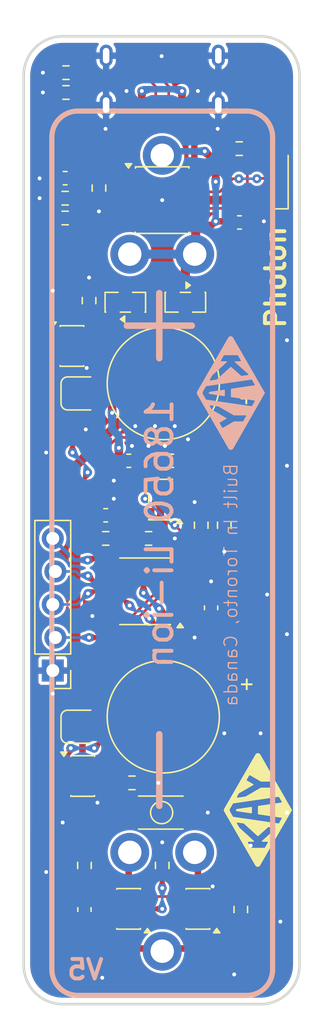
<source format=kicad_pcb>
(kicad_pcb (version 20241229) (generator "pcbnew") (generator_version "9.0")
  (title_block (title "Photon") (date "2025-08-02") (rev "1.3") (company "Bike LED PCB"))
  (layers (0 "F.Cu" signal) (2 "B.Cu" power "B.CU") (13 "F.Paste" user) (15 "B.Paste" user) (5 "F.SilkS" user "F.Silkscreen") (7 "B.SilkS" user "B.Silkscreen") (1 "F.Mask" user) (3 "B.Mask" user) (25 "Edge.Cuts" user))
  (net 0 "")
  (net 1 "GND")
  (net 2 "/FB")
  (net 3 "/OUT_LED1")
  (net 4 "/OUT_LED2")
  (net 5 "/LX")
  (net 6 "/NRST")
  (net 7 "/LED2_EN")
  (net 8 "/LED1_EN")
  (net 9 "/SWC")
  (net 10 "/Rext1")
  (net 11 "/Rext2")
  (net 12 "+3V3")
  (net 13 "PACK_SAFE")
  (net 14 "/SWD")
  (net 15 "5V")
  (net 16 "/DW01A_VCC")
  (net 17 "/CC1")
  (net 18 "/CC2")
  (net 19 "/LED_PWR")
  (net 20 "+BATT")
  (net 21 "/VBAT_SYS")
  (net 22 "/DSBL")
  (net 23 "/STDBY")
  (net 24 "/Iset")
  (net 25 "/VM")
  (net 26 "/CHRG")
  (net 27 "/OD")
  (net 28 "/OC")
  (net 29 "/Bat-")
  (net 30 "/BTN")
  (net 31 "/BAT_DSBL")
  (net 35 "/UVLO")
  (footprint "Fiducial:Fiducial_0.5mm_Mask1.5mm" (layer "F.Cu") (at 44.196 27.178)
    (property "Reference" "FID3" (hide yes))
    (property "Value" "Fiducial")
  )
  (footprint "Capacitor_SMD:C_0603_1608Metric" (layer "F.Cu") (at 50.305 52.959 180)
    (property "Reference" "C2" (hide yes))
    (property "Value" "10uF")
  )
  (footprint "Connector_PinHeader_2.54mm:PinHeader_1x05_P2.54mm_Vertical" (layer "F.Cu") (at 44.45 69.088 180)
    (property "Reference" "J2" (hide yes))
    (property "Value" "Conn_01x05_Socket")
  )
  (footprint "Connector_USB:USB_C_Receptacle_HRO_TYPE-C-31-M-17" (layer "F.Cu") (at 52.8788 22.606 180)
    (property "Reference" "J1" (hide yes))
    (property "Value" "USB_C_Receptacle_USB2.0_14P")
  )
  (footprint "Package_TO_SOT_SMD:SOT-23-6" (layer "F.Cu") (at 55.626 87.414 180)
    (property "Reference" "U6" (hide yes))
    (property "Value" "FS8205A")
  )
  (footprint "Capacitor_SMD:C_0603_1608Metric" (layer "F.Cu") (at 48.527 57.15 180)
    (property "Reference" "C4" (hide yes))
    (property "Value" "10pF")
  )
  (footprint "Package_TO_SOT_SMD:SOT-23-6" (layer "F.Cu") (at 50.292 87.414 180)
    (property "Reference" "U5" (hide yes))
    (property "Value" "DW01A")
  )
  (footprint "Resistor_SMD:R_0603_1608Metric" (layer "F.Cu") (at 51.829 58.928)
    (property "Reference" "R9" (hide yes))
    (property "Value" "62K")
  )
  (footprint "Photon:KAY Logo 10x10mm" (layer "F.Cu") (at 60.2488 79.8068 90)
    (property "Reference" "G***" (hide yes))
    (property "Value" "LOGO" (hide yes))
  )
  (footprint "Capacitor_SMD:C_0603_1608Metric" (layer "F.Cu") (at 53.607 52.959)
    (property "Reference" "C5" (hide yes))
    (property "Value" "10uF")
  )
  (footprint "Resistor_SMD:R_0603_1608Metric" (layer "F.Cu") (at 45.403 34.29)
    (property "Reference" "R4" (hide yes))
    (property "Value" "2K")
  )
  (footprint "Capacitor_SMD:C_0603_1608Metric" (layer "F.Cu") (at 56.642 64.262 -90)
    (property "Reference" "C1" (hide yes))
    (property "Value" "100nF")
  )
  (footprint "Package_TO_SOT_SMD:SOT-23-6" (layer "F.Cu") (at 45.924928 44.132724)
    (property "Reference" "U4" (hide yes))
    (property "Value" "BCR421UW6-7")
  )
  (footprint "Resistor_SMD:R_0603_1608Metric" (layer "F.Cu") (at 45.466 24.638 180)
    (property "Reference" "R2" (hide yes))
    (property "Value" "5.1K")
  )
  (footprint "Photon:3.9mm Bi directional side mount LED" (layer "F.Cu") (at 61.976 29.9835 -90)
    (property "Reference" "D1" (hide yes))
    (property "Value" "LED_Dual_AKAK")
  )
  (footprint "Resistor_SMD:R_0603_1608Metric" (layer "F.Cu") (at 45.466 23.114 180)
    (property "Reference" "R1" (hide yes))
    (property "Value" "5.1K")
  )
  (footprint "Resistor_SMD:R_0603_1608Metric" (layer "F.Cu") (at 50.546 77.724)
    (property "Reference" "R16" (hide yes))
    (property "Value" "20R")
  )
  (footprint "Photon:5mm Push Button" (layer "F.Cu") (at 52.832 80.01)
    (property "Reference" "SW1" (hide yes))
    (property "Value" "TS-1088-AR02016")
  )
  (footprint "Resistor_SMD:R_0603_1608Metric" (layer "F.Cu") (at 48.006 31.988 -90)
    (property "Reference" "R10" (hide yes))
    (property "Value" "2K")
  )
  (footprint "Resistor_SMD:R_0603_1608Metric" (layer "F.Cu") (at 58.8064 28.956)
    (property "Reference" "R7" (hide yes))
    (property "Value" "2K")
  )
  (footprint "Package_TO_SOT_SMD:SOT-23" (layer "F.Cu") (at 54.6608 40.767 -90)
    (property "Reference" "Q2" (hide yes))
    (property "Value" "IRLML6402")
  )
  (footprint "Package_TO_SOT_SMD:SOT-23-6" (layer "F.Cu") (at 46.755 77.197)
    (property "Reference" "U7" (hide yes))
    (property "Value" "BCR421UW6-7")
  )
  (footprint "Resistor_SMD:R_0603_1608Metric" (layer "F.Cu") (at 46.8884 84.074 -90)
    (property "Reference" "R14" (hide yes))
    (property "Value" "100R")
  )
  (footprint "Resistor_SMD:R_0603_1608Metric" (layer "F.Cu") (at 45.403 32.766 180)
    (property "Reference" "R5" (hide yes))
    (property "Value" "100K")
  )
  (footprint "Photon:SMD 3x3mm Power Inductor" (layer "F.Cu") (at 56.936786 54.0004 90)
    (property "Reference" "L1" (hide yes))
    (property "Value" "2.2uH")
  )
  (footprint "Resistor_SMD:R_0603_1608Metric" (layer "F.Cu") (at 55.88 57.912 90)
    (property "Reference" "R3" (hide yes))
    (property "Value" "30K")
  )
  (footprint "Fiducial:Fiducial_0.5mm_Mask1.5mm" (layer "F.Cu") (at 61.468 27.178)
    (property "Reference" "FID1" (hide yes))
    (property "Value" "Fiducial")
  )
  (footprint "Resistor_SMD:R_0603_1608Metric" (layer "F.Cu") (at 58.928 87.4648 90)
    (property "Reference" "R19" (hide yes))
    (property "Value" "100K")
  )
  (footprint "Photon:3W LED 9mm" (layer "F.Cu") (at 52.959 47.017 180)
    (property "Reference" "D2" (hide yes))
    (property "Value" "LED")
  )
  (footprint "Fiducial:Fiducial_0.5mm_Mask1.5mm" (layer "F.Cu") (at 44.196 90.424)
    (property "Reference" "FID2" (hide yes))
    (property "Value" "Fiducial")
  )
  (footprint "Capacitor_SMD:C_0603_1608Metric" (layer "F.Cu") (at 46.8884 87.4648 90)
    (property "Reference" "C7" (hide yes))
    (property "Value" "100nF")
  )
  (footprint "Resistor_SMD:R_0603_1608Metric" (layer "F.Cu") (at 57.658 57.912 -90)
    (property "Reference" "R6" (hide yes))
    (property "Value" "100K")
  )
  (footprint "Resistor_SMD:R_0603_1608Metric" (layer "F.Cu") (at 48.527 58.928)
    (property "Reference" "R8" (hide yes))
    (property "Value" "280K")
  )
  (footprint "Resistor_SMD:R_0603_1608Metric" (layer "F.Cu") (at 52.8788 84.074 -90)
    (property "Reference" "R17" (hide yes))
    (property "Value" "1K")
  )
  (footprint "Package_TO_SOT_SMD:SOT-23-5" (layer "F.Cu") (at 52.752 55.941 180)
    (property "Reference" "U3" (hide yes))
    (property "Value" "RT8059GJ5")
  )
  (footprint "Resistor_SMD:R_0603_1608Metric" (layer "F.Cu") (at 47.244 40.64 90)
    (property "Reference" "R13" (hide yes))
    (property "Value" "20R")
  )
  (footprint "Package_SO:SOIC-8-1EP_3.9x4.9mm_P1.27mm_EP2.41x3.3mm" (layer "F.Cu") (at 52.8788 32.9144)
    (property "Reference" "U2" (hide yes))
    (property "Value" "TP4056")
  )
  (footprint "Photon:3W LED 9mm" (layer "F.Cu") (at 52.959 72.644 180)
    (property "Reference" "D3" (hide yes))
    (property "Value" "LED")
  )
  (footprint "Package_SO:SOP-8_3.9x4.9mm_P1.27mm" (layer "F.Cu") (at 51.562 62.992 180)
    (property "Reference" "U1" (hide yes))
    (property "Value" "PY32F002AL15S6TU")
  )
  (footprint "Capacitor_SMD:C_0603_1608Metric" (layer "F.Cu") (at 58.8264 34.6296 180)
    (property "Reference" "C6" (hide yes))
    (property "Value" "10uF")
  )
  (footprint "Package_TO_SOT_SMD:SOT-23" (layer "F.Cu") (at 50.038 40.767 90)
    (property "Reference" "Q1" (hide yes))
    (property "Value" "IRLML6402")
  )
  (footprint "Capacitor_SMD:C_0603_1608Metric" (layer "F.Cu") (at 45.403 31.226)
    (property "Reference" "C3" (hide yes))
    (property "Value" "10uF")
  )
  (footprint "Photon:Spring Battery TH" (layer "B.Cu") (at 47.3788 34.068 -90)
    (property "Reference" "BT1" (hide yes))
    (property "Value" "Battery_Cell")
  )
  (footprint "Photon:KAY Logo 10x10mm" (layer "B.Cu") (at 58.166 47.752 -90)
    (property "Reference" "G***" (hide yes))
    (property "Value" "LOGO" (hide yes))
  )
  (gr_line (start 42.212 91.742) (end 42.212 23.32) (stroke (width 0.2)) (layer "Edge.Cuts"))
  (gr_arc (start 60.452 20.32) (mid 62.57332 21.19868) (end 63.452 23.32) (stroke (width 0.2)) (layer "Edge.Cuts"))
  (gr_arc (start 63.452 91.742) (mid 62.573321 93.86332) (end 60.452 94.741999) (stroke (width 0.2)) (layer "Edge.Cuts"))
  (gr_line (start 45.212 20.32) (end 60.452 20.32) (stroke (width 0.2)) (layer "Edge.Cuts"))
  (gr_arc (start 45.212 94.741999) (mid 43.09068 93.863319) (end 42.212 91.742) (stroke (width 0.2)) (layer "Edge.Cuts"))
  (gr_line (start 63.452 23.32) (end 63.452 91.742) (stroke (width 0.2)) (layer "Edge.Cuts"))
  (gr_arc (start 42.212 23.32) (mid 43.09068 21.19868) (end 45.212 20.32) (stroke (width 0.2)) (layer "Edge.Cuts"))
  (gr_line (start 60.452 94.741999) (end 45.212 94.741999) (stroke (width 0.2)) (layer "Edge.Cuts"))
  (gr_text "Photon" (at 62.484 42.926 90) (layer "F.SilkS") (effects (font (size 1.5 1.5) (thickness 0.3) (bold yes)) (justify left bottom)))
  (gr_text "V5\n" (at 48.514 92.964 0) (layer "B.SilkS") (effects (font (size 1.5 1.5) (thickness 0.3) (bold yes)) (justify left bottom mirror)))
  (gr_text "Built In Toronto, Canada" (at 58.166 53.086 90) (layer "B.SilkS") (effects (font (size 1 1) (thickness 0.1)) (justify left mirror)))
  (segment (start 55.626 24.526) (end 55.6288 24.5288) (width 0.5) (layer "F.Cu") (net 1))
  (via (at 43.434 32.766) (size 0.7) (drill 0.3) (layers "F.Cu" "B.Cu") (net 1))
  (via (at 49.149 54.483) (size 0.7) (drill 0.3) (layers "F.Cu" "B.Cu") (net 1))
  (via (at 55.626 24.526) (size 0.7) (drill 0.3) (layers "F.Cu" "B.Cu") (net 1))
  (via (at 62.484 53.34) (size 0.7) (drill 0.3) (layers "F.Cu" "B.Cu") (net 1))
  (via (at 53.848 58.928) (size 0.7) (drill 0.3) (layers "F.Cu" "B.Cu") (net 1))
  (via (at 51.816 51.816) (size 0.7) (drill 0.3) (layers "F.Cu" "B.Cu") (net 1))
  (via (at 57.15 27.432) (size 0.7) (drill 0.3) (layers "F.Cu" "B.Cu") (net 1))
  (via (at 59.69 82.55) (size 0.7) (drill 0.3) (layers "F.Cu" "B.Cu") (net 1))
  (via (at 57.658 59.944) (size 0.7) (drill 0.3) (layers "F.Cu" "B.Cu") (net 1))
  (via (at 56.642 62.23) (size 0.7) (drill 0.3) (layers "F.Cu" "B.Cu") (net 1))
  (via (at 50.546 51.816) (size 0.7) (drill 0.3) (layers "F.Cu" "B.Cu") (net 1))
  (via (at 60.706 34.544) (size 0.7) (drill 0.3) (layers "F.Cu" "B.Cu") (net 1))
  (via (at 45.212 80.772) (size 0.7) (drill 0.3) (layers "F.Cu" "B.Cu") (net 1))
  (via (at 47.8925 79.248) (size 0.7) (drill 0.3) (layers "F.Cu" "B.Cu") (net 1))
  (via (at 62.484 43.688) (size 0.7) (drill 0.3) (layers "F.Cu" "B.Cu") (net 1))
  (via (at 43.688 23.114) (size 0.7) (drill 0.3) (layers "F.Cu" "B.Cu") (net 1))
  (via (at 62.484 66.294) (size 0.7) (drill 0.3) (layers "F.Cu" "B.Cu") (net 1))
  (via (at 43.942 84.582) (size 0.7) (drill 0.3) (layers "F.Cu" "B.Cu") (net 1))
  (via (at 47.498 64.897) (size 0.7) (drill 0.3) (layers "F.Cu" "B.Cu") (net 1))
  (via (at 50.1288 24.526) (size 0.7) (drill 0.3) (layers "F.Cu" "B.Cu") (net 1))
  (via (at 48.006 33.782) (size 0.7) (drill 0.3) (layers "F.Cu" "B.Cu") (net 1))
  (via (at 55.372 66.548) (size 0.7) (drill 0.3) (layers "F.Cu" "B.Cu") (net 1))
  (via (at 61.976 88.392) (size 0.7) (drill 0.3) (layers "F.Cu" "B.Cu") (net 1))
  (via (at 43.688 24.638) (size 0.7) (drill 0.3) (layers "F.Cu" "B.Cu") (net 1))
  (via (at 52.8788 32.9144) (size 0.7) (drill 0.3) (layers "F.Cu" "B.Cu") (net 1))
  (via (at 47.244 38.872) (size 0.7) (drill 0.3) (layers "F.Cu" "B.Cu") (net 1))
  (via (at 62.484 80.01) (size 0.7) (drill 0.3) (layers "F.Cu" "B.Cu") (net 1))
  (via (at 48.514 27.432) (size 0.7) (drill 0.3) (layers "F.Cu" "B.Cu") (net 1))
  (via (at 57.658 73.914) (size 0.7) (drill 0.3) (layers "F.Cu" "B.Cu") (net 1))
  (via (at 52.832 21.844) (size 0.7) (drill 0.3) (layers "F.Cu" "B.Cu") (net 1))
  (via (at 52.8788 82.296) (size 0.7) (drill 0.3) (layers "F.Cu" "B.Cu") (net 1))
  (via (at 43.434 31.242) (size 0.7) (drill 0.3) (layers "F.Cu" "B.Cu") (net 1))
  (via (at 60.452 73.914) (size 0.7) (drill 0.3) (layers "F.Cu" "B.Cu") (net 1))
  (via (at 52.578 77.724) (size 0.7) (drill 0.3) (layers "F.Cu" "B.Cu") (net 1))
  (via (at 52.324 50.292) (size 0.7) (drill 0.3) (layers "F.Cu" "B.Cu") (net 1))
  (via (at 60.96 63.246) (size 0.7) (drill 0.3) (layers "F.Cu" "B.Cu") (net 1))
  (via (at 49.149 55.88) (size 0.7) (drill 0.3) (layers "F.Cu" "B.Cu") (net 1))
  (via (at 48.26 92.71) (size 0.7) (drill 0.3) (layers "F.Cu" "B.Cu") (net 1))
  (via (at 47.062428 45.820724) (size 0.7) (drill 0.3) (layers "F.Cu" "B.Cu") (net 1))
  (via (at 54.864 51.308) (size 0.7) (drill 0.3) (layers "F.Cu" "B.Cu") (net 1))
  (via (at 44.45 70.866) (size 0.7) (drill 0.3) (layers "F.Cu" "B.Cu") (net 1))
  (via (at 46.99 50.546) (size 0.7) (drill 0.3) (layers "F.Cu" "B.Cu") (net 1))
  (via (at 44.45 39.878) (size 0.7) (drill 0.3) (layers "F.Cu" "B.Cu") (net 1))
  (via (at 43.942 52.324) (size 0.7) (drill 0.3) (layers "F.Cu" "B.Cu") (net 1))
  (via (at 58.42 92.456) (size 0.7) (drill 0.3) (layers "F.Cu" "B.Cu") (net 1))
  (via (at 55.372 56.134) (size 0.7) (drill 0.3) (layers "F.Cu" "B.Cu") (net 1))
  (via (at 50.8 50.292) (size 0.7) (drill 0.3) (layers "F.Cu" "B.Cu") (net 1))
  (via (at 53.086 51.816) (size 0.7) (drill 0.3) (layers "F.Cu" "B.Cu") (net 1))
  (via (at 56.388 80.01) (size 0.7) (drill 0.3) (layers "F.Cu" "B.Cu") (net 1))
  (via (at 56.7635 85.6868) (size 0.7) (drill 0.3) (layers "F.Cu" "B.Cu") (net 1))
  (via (at 53.848 50.292) (size 0.7) (drill 0.3) (layers "F.Cu" "B.Cu") (net 1))
  (segment (start 50.292 57.15) (end 50.551 56.891) (width 0.2) (layer "F.Cu") (net 2))
  (segment (start 51.397 56.891) (end 51.402 56.896) (width 0.2) (layer "F.Cu") (net 2))
  (segment (start 49.302 57.15) (end 49.302 58.878) (width 0.2) (layer "F.Cu") (net 2))
  (segment (start 50.551 56.891) (end 51.397 56.891) (width 0.2) (layer "F.Cu") (net 2))
  (segment (start 49.352 58.928) (end 51.004 58.928) (width 0.2) (layer "F.Cu") (net 2))
  (segment (start 49.302 58.878) (end 49.352 58.928) (width 0.2) (layer "F.Cu") (net 2))
  (segment (start 49.302 57.15) (end 50.292 57.15) (width 0.2) (layer "F.Cu") (net 2))
  (segment (start 44.787428 45.082724) (end 44.787428 45.910628) (width 0.6) (layer "F.Cu") (net 3))
  (segment (start 44.787428 45.082724) (end 44.787428 44.132724) (width 0.6) (layer "F.Cu") (net 3))
  (segment (start 44.787428 45.910628) (end 46.6558 47.779) (width 0.6) (layer "F.Cu") (net 3))
  (segment (start 44.787428 44.132724) (end 47.078499 44.132724) (width 0.6) (layer "F.Cu") (net 3))
  (segment (start 45.6175 77.197) (end 46.241999 77.197) (width 0.5) (layer "F.Cu") (net 4))
  (segment (start 46.736 76.702999) (end 46.736 76.581) (width 0.5) (layer "F.Cu") (net 4))
  (segment (start 46.736 76.740999) (end 46.736 76.581) (width 0.5) (layer "F.Cu") (net 4))
  (segment (start 46.241999 77.197) (end 46.736 76.702999) (width 0.5) (layer "F.Cu") (net 4))
  (segment (start 47.8925 77.197) (end 47.230001 77.197) (width 0.5) (layer "F.Cu") (net 4))
  (segment (start 46.736 73.4862) (end 46.6558 73.406) (width 0.5) (layer "F.Cu") (net 4))
  (segment (start 46.736 76.581) (end 46.736 73.4862) (width 0.5) (layer "F.Cu") (net 4))
  (segment (start 47.230001 77.197) (end 46.736 76.702999) (width 0.5) (layer "F.Cu") (net 4))
  (segment (start 47.8925 77.197) (end 45.6175 77.197) (width 0.5) (layer "F.Cu") (net 4))
  (segment (start 45.6175 78.147) (end 45.6175 77.197) (width 0.5) (layer "F.Cu") (net 4))
  (segment (start 57.038386 55.1434) (end 56.885986 54.991) (width 0.5) (layer "F.Cu") (net 5))
  (segment (start 56.885986 54.991) (end 53.8895 54.991) (width 0.5) (layer "F.Cu") (net 5))
  (segment (start 57.038386 55.1434) (end 57.1122 55.1434) (width 0.5) (layer "F.Cu") (net 5))
  (segment (start 47.161 61.805) (end 47.713 62.357) (width 0.2) (layer "F.Cu") (net 6))
  (segment (start 47.713 62.357) (end 48.937 62.357) (width 0.2) (layer "F.Cu") (net 6))
  (via (at 47.161 61.805) (size 0.7) (drill 0.3) (layers "F.Cu" "B.Cu") (net 6))
  (segment (start 47.161 61.805) (end 47.078 61.722) (width 0.2) (layer "B.Cu") (net 6))
  (segment (start 47.078 61.722) (end 46.482 61.722) (width 0.2) (layer "B.Cu") (net 6))
  (segment (start 46.482 61.722) (end 46.228 61.468) (width 0.2) (layer "B.Cu") (net 6))
  (segment (start 46.228 61.468) (end 44.65 61.468) (width 0.2) (layer "B.Cu") (net 6))
  (segment (start 52.959 62.357) (end 54.187 62.357) (width 0.2) (layer "F.Cu") (net 7))
  (segment (start 45.836 75.057) (end 45.6175 75.2755) (width 0.2) (layer "F.Cu") (net 7))
  (segment (start 47.639116 75.057) (end 48.1568 74.539316) (width 0.2) (layer "F.Cu") (net 7))
  (segment (start 45.6175 75.2755) (end 45.6175 76.247) (width 0.2) (layer "F.Cu") (net 7))
  (segment (start 48.1568 67.885073) (end 52.725 63.316873) (width 0.2) (layer "F.Cu") (net 7))
  (segment (start 48.1568 74.539316) (end 48.1568 67.885073) (width 0.2) (layer "F.Cu") (net 7))
  (segment (start 52.725 63.316873) (end 52.725 62.591) (width 0.2) (layer "F.Cu") (net 7))
  (segment (start 52.725 62.591) (end 52.959 62.357) (width 0.2) (layer "F.Cu") (net 7))
  (via (at 47.639116 75.057) (size 0.7) (drill 0.3) (layers "F.Cu" "B.Cu") (net 7))
  (via (at 45.836 75.057) (size 0.7) (drill 0.3) (layers "F.Cu" "B.Cu") (net 7))
  (segment (start 47.639116 74.93) (end 47.639116 74.806) (width 0.2) (layer "B.Cu") (net 7))
  (segment (start 47.639116 75.057) (end 45.836 75.057) (width 0.2) (layer "B.Cu") (net 7))
  (segment (start 55.626 60.706) (end 55.626 63.2565) (width 0.2) (layer "F.Cu") (net 8))
  (segment (start 47.128 53.848) (end 46.879 54.097) (width 0.2) (layer "F.Cu") (net 8))
  (segment (start 43.434 47.879) (end 43.434 43.688) (width 0.2) (layer "F.Cu") (net 8))
  (segment (start 45.972603 50.417603) (end 43.434 47.879) (width 0.2) (layer "F.Cu") (net 8))
  (segment (start 43.939276 43.182724) (end 44.787428 43.182724) (width 0.2) (layer "F.Cu") (net 8))
  (segment (start 55.2555 63.627) (end 54.187 63.627) (width 0.2) (layer "F.Cu") (net 8))
  (segment (start 46.879 59.325) (end 47.498 59.944) (width 0.2) (layer "F.Cu") (net 8))
  (segment (start 47.498 59.944) (end 54.864 59.944) (width 0.2) (layer "F.Cu") (net 8))
  (segment (start 45.972603 52.322603) (end 45.972603 50.417603) (width 0.2) (layer "F.Cu") (net 8))
  (segment (start 46.879 54.097) (end 46.879 59.325) (width 0.2) (layer "F.Cu") (net 8))
  (segment (start 55.626 63.2565) (end 55.2555 63.627) (width 0.2) (layer "F.Cu") (net 8))
  (segment (start 43.434 43.688) (end 43.939276 43.182724) (width 0.2) (layer "F.Cu") (net 8))
  (segment (start 54.864 59.944) (end 55.626 60.706) (width 0.2) (layer "F.Cu") (net 8))
  (via (at 47.128 53.848) (size 0.7) (drill 0.3) (layers "F.Cu" "B.Cu") (net 8))
  (via (at 45.972603 52.322603) (size 0.7) (drill 0.3) (layers "F.Cu" "B.Cu") (net 8))
  (segment (start 45.972603 52.322603) (end 47.128 53.478) (width 0.2) (layer "B.Cu") (net 8))
  (segment (start 47.128 53.478) (end 47.128 53.848) (width 0.2) (layer "B.Cu") (net 8))
  (segment (start 47.244 66.548) (end 48.926773 66.548) (width 0.2) (layer "F.Cu") (net 9))
  (segment (start 52.705 61.087) (end 54.187 61.087) (width 0.2) (layer "F.Cu") (net 9))
  (segment (start 48.926773 66.548) (end 52.324 63.150773) (width 0.2) (layer "F.Cu") (net 9))
  (segment (start 52.324 63.150773) (end 52.324 61.468) (width 0.2) (layer "F.Cu") (net 9))
  (segment (start 52.324 61.468) (end 52.705 61.087) (width 0.2) (layer "F.Cu") (net 9))
  (via (at 47.244 66.548) (size 0.7) (drill 0.3) (layers "F.Cu" "B.Cu") (net 9))
  (segment (start 47.244 66.548) (end 44.65 66.548) (width 0.2) (layer "B.Cu") (net 9))
  (segment (start 47.244 43.001152) (end 47.062428 43.182724) (width 0.2) (layer "F.Cu") (net 10))
  (segment (start 47.274928 43.182724) (end 47.274928 42.970224) (width 0.2) (layer "F.Cu") (net 10))
  (segment (start 47.244 41.465) (end 47.244 43.001152) (width 0.2) (layer "F.Cu") (net 10))
  (segment (start 47.234 41.455) (end 47.244 41.465) (width 0.2) (layer "F.Cu") (net 10))
  (segment (start 49.721 76.899) (end 49.721 77.978) (width 0.2) (layer "F.Cu") (net 11))
  (segment (start 48.105 76.247) (end 49.069 76.247) (width 0.2) (layer "F.Cu") (net 11))
  (segment (start 49.069 76.247) (end 49.721 76.899) (width 0.2) (layer "F.Cu") (net 11))
  (segment (start 59.309 71.882) (end 59.309 66.929) (width 0.7) (layer "F.Cu") (net 12))
  (segment (start 54.187 64.897) (end 53.213 64.897) (width 0.3) (layer "F.Cu") (net 12))
  (segment (start 58.928 52.832) (end 59.944 53.848) (width 0.7) (layer "F.Cu") (net 12))
  (segment (start 51.435766 61.595766) (end 50.276 60.436) (width 0.3) (layer "F.Cu") (net 12))
  (segment (start 47.752 56.388) (end 47.752 57.15) (width 0.2) (layer "F.Cu") (net 12))
  (segment (start 48.387 55.753) (end 47.752 56.388) (width 0.2) (layer "F.Cu") (net 12))
  (segment (start 47.752 57.15) (end 47.752 58.878) (width 0.2) (layer "F.Cu") (net 12))
  (segment (start 54.187 64.897) (end 56.502 64.897) (width 0.3) (layer "F.Cu") (net 12))
  (segment (start 50.276 60.436) (end 47.28598 60.436) (width 0.3) (layer "F.Cu") (net 12))
  (segment (start 59.944 53.848) (end 59.944 65.024) (width 0.7) (layer "F.Cu") (net 12))
  (segment (start 57.038386 52.832) (end 57.038386 51.419614) (width 0.7) (layer "F.Cu") (net 12))
  (segment (start 57.038386 51.419614) (end 59.3558 49.1022) (width 0.7) (layer "F.Cu") (net 12))
  (segment (start 51.435766 63.119768) (end 51.435766 61.595766) (width 0.3) (layer "F.Cu") (net 12))
  (segment (start 47.28598 60.436) (end 47.128 60.59398) (width 0.3) (layer "F.Cu") (net 12))
  (segment (start 59.931 65.037) (end 59.944 65.024) (width 0.3) (layer "F.Cu") (net 12))
  (segment (start 54.382 52.56543) (end 54.382 52.096) (width 0.2) (layer "F.Cu") (net 12))
  (segment (start 53.213 64.897) (end 52.641539 64.325539) (width 0.3) (layer "F.Cu") (net 12))
  (segment (start 56.502 64.897) (end 56.642 65.037) (width 0.3) (layer "F.Cu") (net 12))
  (segment (start 57.038386 52.832) (end 58.928 52.832) (width 0.7) (layer "F.Cu") (net 12))
  (segment (start 47.752 58.878) (end 47.702 58.928) (width 0.2) (layer "F.Cu") (net 12))
  (segment (start 54.382 52.096) (end 53.451147 51.165147) (width 0.2) (layer "F.Cu") (net 12))
  (segment (start 56.642 65.037) (end 59.931 65.037) (width 0.3) (layer "F.Cu") (net 12))
  (segment (start 49.418853 51.165147) (end 48.387 52.197) (width 0.2) (layer "F.Cu") (net 12))
  (segment (start 48.387 52.197) (end 48.387 55.753) (width 0.2) (layer "F.Cu") (net 12))
  (segment (start 59.309 66.929) (end 59.944 66.294) (width 0.7) (layer "F.Cu") (net 12))
  (segment (start 54.382 52.832) (end 57.038386 52.832) (width 0.7) (layer "F.Cu") (net 12))
  (segment (start 59.3558 49.1022) (end 59.3558 46.393214) (width 0.7) (layer "F.Cu") (net 12))
  (segment (start 53.451147 51.165147) (end 49.418853 51.165147) (width 0.2) (layer "F.Cu") (net 12))
  (segment (start 59.944 66.294) (end 59.944 65.024) (width 0.7) (layer "F.Cu") (net 12))
  (via (at 47.128 60.59398) (size 0.7) (drill 0.3) (layers "F.Cu" "B.Cu") (net 12))
  (via (at 52.641539 64.325539) (size 0.7) (drill 0.3) (layers "F.Cu" "B.Cu") (net 12))
  (via (at 51.435766 63.119768) (size 0.7) (drill 0.3) (layers "F.Cu" "B.Cu") (net 12))
  (segment (start 47.128 60.59398) (end 46.11598 60.59398) (width 0.3) (layer "B.Cu") (net 12))
  (segment (start 52.641537 64.325539) (end 51.435766 63.119768) (width 0.3) (layer "B.Cu") (net 12))
  (segment (start 46.11598 60.59398) (end 44.45 58.928) (width 0.3) (layer "B.Cu") (net 12))
  (segment (start 52.641539 64.325539) (end 52.641537 64.325539) (width 0.3) (layer "B.Cu") (net 12))
  (segment (start 53.7108 39.8295) (end 51.6105 39.8295) (width 0.6) (layer "F.Cu") (net 13))
  (segment (start 50.988 40.452) (end 50.988 41.5775) (width 0.6) (layer "F.Cu") (net 13))
  (segment (start 51.6105 39.8295) (end 50.988 40.452) (width 0.6) (layer "F.Cu") (net 13))
  (segment (start 49.911 61.087) (end 48.937 61.087) (width 0.2) (layer "F.Cu") (net 14))
  (segment (start 50.292 61.468) (end 49.911 61.087) (width 0.2) (layer "F.Cu") (net 14))
  (segment (start 47.161 63.163) (end 47.366 62.958) (width 0.2) (layer "F.Cu") (net 14))
  (segment (start 47.366 62.958) (end 49.802968 62.958) (width 0.2) (layer "F.Cu") (net 14))
  (segment (start 50.292 62.468968) (end 50.292 61.468) (width 0.2) (layer "F.Cu") (net 14))
  (segment (start 49.802968 62.958) (end 50.292 62.468968) (width 0.2) (layer "F.Cu") (net 14))
  (via (at 47.161 63.163) (size 0.7) (drill 0.3) (layers "F.Cu" "B.Cu") (net 14))
  (segment (start 46.316 64.008) (end 44.45 64.008) (width 0.2) (layer "B.Cu") (net 14))
  (segment (start 47.161 63.163) (end 46.316 64.008) (width 0.2) (layer "B.Cu") (net 14))
  (segment (start 51.308 24.526) (end 51.308 25.7352) (width 0.5) (layer "F.Cu") (net 15))
  (segment (start 46.736 29.464) (end 46.178 30.022) (width 0.5) (layer "F.Cu") (net 15))
  (segment (start 55.3538 28.2956) (end 55.3538 28.6004) (width 0.5) (layer "F.Cu") (net 15))
  (segment (start 51.3588 25.786) (end 51.3588 27.6352) (width 0.5) (layer "F.Cu") (net 15))
  (segment (start 51.308 25.7352) (end 51.3588 25.786) (width 0.5) (layer "F.Cu") (net 15))
  (segment (start 46.228 31.276) (end 46.228 34.29) (width 0.5) (layer "F.Cu") (net 15))
  (segment (start 55.6786 28.3156) (end 55.3538 27.9908) (width 0.2) (layer "F.Cu") (net 15))
  (segment (start 46.178 30.022) (end 46.178 31.226) (width 0.5) (layer "F.Cu") (net 15))
  (segment (start 54.3988 24.526) (end 54.3988 26.4588) (width 0.5) (layer "F.Cu") (net 15))
  (segment (start 55.8292 28.3156) (end 55.6386 28.3156) (width 0.2) (layer "F.Cu") (net 15))
  (segment (start 55.6386 28.3156) (end 55.3538 28.6004) (width 0.2) (layer "F.Cu") (net 15))
  (segment (start 46.228 34.29) (end 47.244 34.29) (width 0.5) (layer "F.Cu") (net 15))
  (segment (start 55.3538 27.9908) (end 55.3538 28.2956) (width 0.5) (layer "F.Cu") (net 15))
  (segment (start 54.3988 26.4588) (end 55.3538 27.4138) (width 0.5) (layer "F.Cu") (net 15))
  (segment (start 51.308 24.526) (end 51.3588 24.5768) (width 0.5) (layer "F.Cu") (net 15))
  (segment (start 57.9814 28.956) (end 57.15 28.956) (width 0.2) (layer "F.Cu") (net 15))
  (segment (start 47.7734 34.8194) (end 50.4038 34.8194) (width 0.5) (layer "F.Cu") (net 15))
  (segment (start 57.15 28.956) (end 56.5096 28.3156) (width 0.2) (layer "F.Cu") (net 15))
  (segment (start 51.3588 25.786) (end 51.308 25.8368) (width 0.5) (layer "F.Cu") (net 15))
  (segment (start 49.53 29.464) (end 46.736 29.464) (width 0.5) (layer "F.Cu") (net 15))
  (segment (start 55.3538 28.6004) (end 55.3538 31.0094) (width 0.5) (layer "F.Cu") (net 15))
  (segment (start 55.8292 28.3156) (end 55.3738 28.3156) (width 0.2) (layer "F.Cu") (net 15))
  (segment (start 56.5096 28.3156) (end 55.8292 28.3156) (width 0.2) (layer "F.Cu") (net 15))
  (segment (start 55.8292 28.3156) (end 55.6786 28.3156) (width 0.2) (layer "F.Cu") (net 15))
  (segment (start 55.3538 27.4138) (end 55.3538 27.9908) (width 0.5) (layer "F.Cu") (net 15))
  (segment (start 55.3738 28.3156) (end 55.3538 28.2956) (width 0.2) (layer "F.Cu") (net 15))
  (segment (start 47.244 34.29) (end 47.7734 34.8194) (width 0.5) (layer "F.Cu") (net 15))
  (segment (start 51.3588 27.6352) (end 49.53 29.464) (width 0.5) (layer "F.Cu") (net 15))
  (via (at 54.3988 24.526) (size 0.7) (drill 0.3) (layers "F.Cu" "B.Cu") (net 15))
  (via (at 51.308 24.526) (size 0.7) (drill 0.3) (layers "F.Cu" "B.Cu") (net 15))
  (segment (start 51.45 24.384) (end 51.308 24.526) (width 0.5) (layer "B.Cu") (net 15))
  (segment (start 54.3988 24.526) (end 54.2568 24.384) (width 0.5) (layer "B.Cu") (net 15))
  (segment (start 54.2568 24.384) (end 51.45 24.384) (width 0.5) (layer "B.Cu") (net 15))
  (segment (start 46.8884 86.6898) (end 46.8884 84.899) (width 0.5) (layer "F.Cu") (net 16))
  (segment (start 47.5738 86.6898) (end 46.8884 86.6898) (width 0.5) (layer "F.Cu") (net 16))
  (segment (start 49.1545 87.414) (end 48.298 87.414) (width 0.5) (layer "F.Cu") (net 16))
  (segment (start 48.298 87.414) (end 47.5738 86.6898) (width 0.5) (layer "F.Cu") (net 16))
  (segment (start 53.3788 26.04) (end 53.3788 24.1688) (width 0.2) (layer "F.Cu") (net 17))
  (segment (start 52.324 23.114) (end 46.291 23.114) (width 0.2) (layer "F.Cu") (net 17))
  (segment (start 53.3788 24.1688) (end 52.324 23.114) (width 0.2) (layer "F.Cu") (net 17))
  (segment (start 47.498 24.638) (end 46.291 24.638) (width 0.2) (layer "F.Cu") (net 18))
  (segment (start 51.816 23.622) (end 48.514 23.622) (width 0.2) (layer "F.Cu") (net 18))
  (segment (start 52.3788 26.04) (end 52.3788 24.1848) (width 0.2) (layer "F.Cu") (net 18))
  (segment (start 52.3788 24.1848) (end 51.816 23.622) (width 0.2) (layer "F.Cu") (net 18))
  (segment (start 48.514 23.622) (end 47.498 24.638) (width 0.2) (layer "F.Cu") (net 18))
  (segment (start 62.757628 31.984372) (end 62.757628 29.356628) (width 0.2) (layer "F.Cu") (net 19))
  (segment (start 62.357 28.956) (end 59.6314 28.956) (width 0.2) (layer "F.Cu") (net 19))
  (segment (start 61.976 32.258) (end 62.484 32.258) (width 0.2) (layer "F.Cu") (net 19))
  (segment (start 62.484 32.258) (end 62.757628 31.984372) (width 0.2) (layer "F.Cu") (net 19))
  (segment (start 61.976 32.258) (end 61.976 32.8835) (width 0.3) (layer "F.Cu") (net 19))
  (segment (start 61.976 31.8285) (end 61.976 32.258) (width 0.3) (layer "F.Cu") (net 19))
  (segment (start 61.976 32.8835) (end 62.229423 32.630077) (width 0.2) (layer "F.Cu") (net 19))
  (segment (start 62.757628 29.356628) (end 62.357 28.956) (width 0.2) (layer "F.Cu") (net 19))
  (segment (start 49.395207 50.174206) (end 49.393794 50.174206) (width 0.7) (layer "F.Cu") (net 20))
  (segment (start 46.59984 70.682429) (end 43.441023 73.841246) (width 0.7) (layer "F.Cu") (net 20))
  (segment (start 51.774896 43.2816) (end 49.923 45.133496) (width 0.7) (layer "F.Cu") (net 20))
  (segment (start 55.3538 34.8194) (end 56.7222 34.8194) (width 0.5) (layer "F.Cu") (net 20))
  (segment (start 49.923 49.646413) (end 49.395207 50.174206) (width 0.7) (layer "F.Cu") (net 20))
  (segment (start 45.403 83.249) (end 46.8884 83.249) (width 0.7) (layer "F.Cu") (net 20))
  (segment (start 56.9976 30.0032) (end 56.1538 29.1594) (width 0.5) (layer "F.Cu") (net 20))
  (segment (start 57.9658 34.544) (end 58.0514 34.6296) (width 0.5) (layer "F.Cu") (net 20))
  (segment (start 49.393794 50.174206) (end 46.228 53.34) (width 0.7) (layer "F.Cu") (net 20))
  (segment (start 56.9976 34.544) (end 57.9658 34.544) (width 0.5) (layer "F.Cu") (net 20))
  (segment (start 55.459 36.068) (end 55.459 34.9246) (width 0.7) (layer "F.Cu") (net 20))
  (segment (start 46.59984 67.83424) (end 46.59984 70.682429) (width 0.7) (layer "F.Cu") (net 20))
  (segment (start 54.6608 39.7025) (end 54.6608 42.6212) (width 0.7) (layer "F.Cu") (net 20))
  (segment (start 54.0004 43.2816) (end 51.774896 43.2816) (width 0.7) (layer "F.Cu") (net 20))
  (segment (start 46.228 67.4624) (end 46.59984 67.83424) (width 0.7) (layer "F.Cu") (net 20))
  (segment (start 53.1128 28.702) (end 52.8788 28.468) (width 0.6) (layer "F.Cu") (net 20))
  (segment (start 54.6608 42.6212) (end 54.0004 43.2816) (width 0.7) (layer "F.Cu") (net 20))
  (segment (start 46.228 53.34) (end 46.228 67.4624) (width 0.7) (layer "F.Cu") (net 20))
  (segment (start 54.6608 39.7025) (end 54.6608 36.786) (width 0.7) (layer "F.Cu") (net 20))
  (segment (start 56.7222 34.8194) (end 56.9976 34.544) (width 0.5) (layer "F.Cu") (net 20))
  (segment (start 54.6608 36.786) (end 55.3788 36.068) (width 0.7) (layer "F.Cu") (net 20))
  (segment (start 43.441023 73.841246) (end 43.441023 81.287023) (width 0.7) (layer "F.Cu") (net 20))
  (segment (start 56.9976 31.496) (end 56.9976 30.0032) (width 0.5) (layer "F.Cu") (net 20))
  (segment (start 43.441023 81.287023) (end 45.403 83.249) (width 0.7) (layer "F.Cu") (net 20))
  (segment (start 49.923 45.133496) (end 49.923 49.646413) (width 0.7) (layer "F.Cu") (net 20))
  (via (at 56.9976 31.496) (size 0.7) (drill 0.3) (layers "F.Cu" "B.Cu") (net 20))
  (via (at 56.1538 29.1594) (size 0.7) (drill 0.3) (layers "F.Cu" "B.Cu") (net 20))
  (via (at 56.9976 34.544) (size 0.7) (drill 0.3) (layers "F.Cu" "B.Cu") (net 20))
  (segment (start 53.5702 29.1594) (end 52.8788 28.468) (width 0.6) (layer "B.Cu") (net 20))
  (segment (start 56.1538 29.1594) (end 53.1874 29.1594) (width 0.5) (layer "B.Cu") (net 20))
  (segment (start 50.3788 37.068) (end 55.3788 37.068) (width 0.7) (layer "B.Cu") (net 20))
  (segment (start 53.1874 29.1594) (end 52.8788 29.468) (width 0.5) (layer "B.Cu") (net 20))
  (segment (start 56.9976 34.544) (end 56.9976 31.496) (width 0.5) (layer "B.Cu") (net 20))
  (segment (start 49.53 53.4924) (end 49.53 52.959) (width 0.6) (layer "F.Cu") (net 21))
  (segment (start 51.6145 54.991) (end 51.0286 54.991) (width 0.6) (layer "F.Cu") (net 21))
  (segment (start 51.0286 54.991) (end 49.53 53.4924) (width 0.6) (layer "F.Cu") (net 21))
  (segment (start 49.53 52.224) (end 49.53 52.959) (width 0.6) (layer "F.Cu") (net 21))
  (segment (start 51.562 55.0435) (end 51.6145 54.991) (width 0.2) (layer "F.Cu") (net 21))
  (segment (start 49.022 44.831) (end 50.038 43.815) (width 0.6) (layer "F.Cu") (net 21))
  (segment (start 55.88 58.737) (end 54.673 58.737) (width 0.2) (layer "F.Cu") (net 21))
  (segment (start 49.53762 52.21638) (end 49.53 52.224) (width 0.6) (layer "F.Cu") (net 21))
  (segment (start 49.022 49.273206) (end 49.022 44.831) (width 0.6) (layer "F.Cu") (net 21))
  (segment (start 50.038 43.815) (end 50.038 39.7025) (width 0.6) (layer "F.Cu") (net 21))
  (segment (start 54.673 58.737) (end 53.848 57.912) (width 0.2) (layer "F.Cu") (net 21))
  (segment (start 51.562 55.88) (end 51.562 55.0435) (width 0.2) (layer "F.Cu") (net 21))
  (segment (start 49.53762 51.96562) (end 49.53762 52.21638) (width 0.6) (layer "F.Cu") (net 21))
  (via (at 51.562 55.88) (size 0.7) (drill 0.3) (layers "F.Cu" "B.Cu") (net 21))
  (via (at 49.53762 51.96562) (size 0.7) (drill 0.3) (layers "F.Cu" "B.Cu") (net 21))
  (via (at 49.022 49.273206) (size 0.7) (drill 0.3) (layers "F.Cu" "B.Cu") (net 21))
  (via (at 53.848 57.912) (size 0.7) (drill 0.3) (layers "F.Cu" "B.Cu") (net 21))
  (segment (start 49.53 51.958) (end 49.53762 51.96562) (width 0.6) (layer "B.Cu") (net 21))
  (segment (start 53.594 57.912) (end 51.562 55.88) (width 0.2) (layer "B.Cu") (net 21))
  (segment (start 49.53 51.039) (end 49.53 51.958) (width 0.6) (layer "B.Cu") (net 21))
  (segment (start 53.848 57.912) (end 53.594 57.912) (width 0.2) (layer "B.Cu") (net 21))
  (segment (start 49.022 50.531) (end 49.53 51.039) (width 0.6) (layer "B.Cu") (net 21))
  (segment (start 49.022 49.273206) (end 49.022 50.531) (width 0.6) (layer "B.Cu") (net 21))
  (segment (start 45.466 36.83) (end 44.578 35.942) (width 0.2) (layer "F.Cu") (net 22))
  (segment (start 49.088 41.5775) (end 49.088 39.436) (width 0.2) (layer "F.Cu") (net 22))
  (segment (start 49.088 39.436) (end 46.482 36.83) (width 0.2) (layer "F.Cu") (net 22))
  (segment (start 44.578 35.942) (end 44.578 34.7765) (width 0.2) (layer "F.Cu") (net 22))
  (segment (start 46.482 36.83) (end 45.466 36.83) (width 0.2) (layer "F.Cu") (net 22))
  (segment (start 59.436 30.734) (end 60.1865 29.9835) (width 0.2) (layer "F.Cu") (net 23))
  (segment (start 60.1865 29.9835) (end 61.976 29.9835) (width 0.2) (layer "F.Cu") (net 23))
  (segment (start 59.436 32.004) (end 59.436 30.734) (width 0.2) (layer "F.Cu") (net 23))
  (segment (start 55.3538 33.5494) (end 57.8906 33.5494) (width 0.2) (layer "F.Cu") (net 23))
  (segment (start 57.8906 33.5494) (end 59.436 32.004) (width 0.2) (layer "F.Cu") (net 23))
  (segment (start 48.006 31.75) (end 48.006 31.163) (width 0.2) (layer "F.Cu") (net 24))
  (segment (start 50.4038 32.2794) (end 49.0434 32.2794) (width 0.2) (layer "F.Cu") (net 24))
  (segment (start 49.0434 32.2794) (end 48.768 32.004) (width 0.2) (layer "F.Cu") (net 24))
  (segment (start 48.768 32.004) (end 48.26 32.004) (width 0.2) (layer "F.Cu") (net 24))
  (segment (start 48.26 32.004) (end 48.006 31.75) (width 0.2) (layer "F.Cu") (net 24))
  (segment (start 52.8788 85.814) (end 52.8788 84.899) (width 0.2) (layer "F.Cu") (net 25))
  (segment (start 51.642 87.414) (end 52.8788 87.414) (width 0.2) (layer "F.Cu") (net 25))
  (via (at 52.8788 85.814) (size 0.7) (drill 0.3) (layers "F.Cu" "B.Cu") (net 25))
  (via (at 52.8788 87.414) (size 0.7) (drill 0.3) (layers "F.Cu" "B.Cu") (net 25))
  (segment (start 52.8788 85.814) (end 52.8788 87.414) (width 0.2) (layer "B.Cu") (net 25))
  (segment (start 60.706 31.242) (end 60.8995 31.0485) (width 0.2) (layer "F.Cu") (net 26))
  (segment (start 60.198 31.242) (end 60.706 31.242) (width 0.2) (layer "F.Cu") (net 26))
  (segment (start 57.29607 32.2794) (end 55.3538 32.2794) (width 0.2) (layer "F.Cu") (net 26))
  (segment (start 60.8995 31.0485) (end 61.976 31.0485) (width 0.2) (layer "F.Cu") (net 26))
  (segment (start 58.304813 31.270657) (end 57.29607 32.2794) (width 0.2) (layer "F.Cu") (net 26))
  (segment (start 60.169343 31.270657) (end 60.198 31.242) (width 0.2) (layer "F.Cu") (net 26))
  (segment (start 58.77935 31.270657) (end 58.304813 31.270657) (width 0.2) (layer "F.Cu") (net 26))
  (via (at 58.77935 31.270657) (size 0.7) (drill 0.3) (layers "F.Cu" "B.Cu") (net 26))
  (via (at 60.169343 31.270657) (size 0.7) (drill 0.3) (layers "F.Cu" "B.Cu") (net 26))
  (segment (start 60.169343 31.270657) (end 58.77935 31.270657) (width 0.2) (layer "B.Cu") (net 26))
  (segment (start 51.642 88.364) (end 54.276 88.364) (width 0.2) (layer "F.Cu") (net 27))
  (segment (start 51.642 86.464) (end 54.276 86.464) (width 0.2) (layer "F.Cu") (net 28))
  (segment (start 50.3788 84.068) (end 50.292 84.1548) (width 0.5) (layer "F.Cu") (net 29))
  (segment (start 56.7635 88.364) (end 58.8538 88.364) (width 0.2) (layer "F.Cu") (net 29))
  (segment (start 56.196001 88.364) (end 56.7635 88.364) (width 0.6) (layer "F.Cu") (net 29))
  (segment (start 50.33 90.462) (end 49.1545 89.2865) (width 0.5) (layer "F.Cu") (net 29))
  (segment (start 55.626 87.793999) (end 56.196001 88.364) (width 0.5) (layer "F.Cu") (net 29))
  (segment (start 49.1545 89.2865) (end 49.1545 88.364) (width 0.5) (layer "F.Cu") (net 29))
  (segment (start 56.7635 89.5405) (end 55.842 90.462) (width 0.5) (layer "F.Cu") (net 29))
  (segment (start 47.978 88.364) (end 47.8538 88.2398) (width 0.5) (layer "F.Cu") (net 29))
  (segment (start 50.292 87.888999) (end 49.816999 88.364) (width 0.5) (layer "F.Cu") (net 29))
  (segment (start 50.292 83.9388) (end 50.292 87.888999) (width 0.5) (layer "F.Cu") (net 29))
  (segment (start 55.3788 84.068) (end 55.557 84.2462) (width 0.6) (layer "F.Cu") (net 29))
  (segment (start 55.842 90.462) (end 50.33 90.462) (width 0.5) (layer "F.Cu") (net 29))
  (segment (start 55.626 84.0992) (end 55.626 87.793999) (width 0.5) (layer "F.Cu") (net 29))
  (segment (start 55.557 84.2462) (end 55.626 84.3152) (width 0.5) (layer "F.Cu") (net 29))
  (segment (start 58.8538 88.364) (end 58.928 88.2898) (width 0.2) (layer "F.Cu") (net 29))
  (segment (start 47.8538 88.2398) (end 47.6502 88.2398) (width 0.5) (layer "F.Cu") (net 29))
  (segment (start 49.816999 88.364) (end 49.1545 88.364) (width 0.5) (layer "F.Cu") (net 29))
  (segment (start 49.1545 88.364) (end 47.978 88.364) (width 0.5) (layer "F.Cu") (net 29))
  (segment (start 56.7635 88.364) (end 56.7635 89.5405) (width 0.5) (layer "F.Cu") (net 29))
  (segment (start 47.6502 88.2398) (end 46.8884 88.2398) (width 0.5) (layer "F.Cu") (net 29))
  (segment (start 49.911 63.627) (end 50.368219 64.084219) (width 0.2) (layer "F.Cu") (net 30))
  (segment (start 48.937 63.627) (end 49.911 63.627) (width 0.2) (layer "F.Cu") (net 30))
  (segment (start 51.883065 65.091065) (end 56.388 69.596) (width 0.2) (layer "F.Cu") (net 30))
  (segment (start 56.388 76.2) (end 52.578 80.01) (width 0.2) (layer "F.Cu") (net 30))
  (segment (start 56.388 69.596) (end 56.388 76.2) (width 0.2) (layer "F.Cu") (net 30))
  (segment (start 52.578 80.01) (end 50.546 80.01) (width 0.2) (layer "F.Cu") (net 30))
  (via (at 50.368219 64.084219) (size 0.7) (drill 0.3) (layers "F.Cu" "B.Cu") (net 30))
  (via (at 51.883065 65.091065) (size 0.7) (drill 0.3) (layers "F.Cu" "B.Cu") (net 30))
  (segment (start 50.368219 64.084219) (end 50.8 64.516) (width 0.2) (layer "B.Cu") (net 30))
  (segment (start 50.8 64.516) (end 51.308 64.516) (width 0.2) (layer "B.Cu") (net 30))
  (segment (start 51.308 64.516) (end 51.883065 65.091065) (width 0.2) (layer "B.Cu") (net 30))
  (segment (start 61.722 84.582) (end 61.722 44.8564) (width 0.2) (layer "F.Cu") (net 31))
  (segment (start 56.6951 39.8295) (end 55.6108 39.8295) (width 0.2) (layer "F.Cu") (net 31))
  (segment (start 58.928 86.6398) (end 59.6642 86.6398) (width 0.2) (layer "F.Cu") (net 31))
  (segment (start 61.722 44.8564) (end 56.6951 39.8295) (width 0.2) (layer "F.Cu") (net 31))
  (segment (start 59.6642 86.6398) (end 61.722 84.582) (width 0.2) (layer "F.Cu") (net 31))
  (segment (start 55.113 56.891) (end 53.8895 56.891) (width 0.2) (layer "F.Cu") (net 35))
  (segment (start 57.658 57.087) (end 55.88 57.087) (width 0.2) (layer "F.Cu") (net 35))
  (segment (start 53.8945 56.896) (end 53.8895 56.891) (width 0.2) (layer "F.Cu") (net 35))
  (segment (start 55.88 57.087) (end 55.309 57.087) (width 0.2) (layer "F.Cu") (net 35))
  (segment (start 55.309 57.087) (end 55.113 56.891) (width 0.2) (layer "F.Cu") (net 35))
  (zone (net 0) (net_name "") (layer "F.Cu") (connect_pads (clearance 0)) (min_thickness 0.25)
    (keepout (tracks allowed) (vias allowed) (pads allowed) (copperpour not_allowed) (footprints allowed))
    (fill (thermal_gap 0.5) (thermal_bridge_width 0.5))
    (polygon (pts (arc (start 43.061983 90.421293) (mid 45.333829 90.421293) (end 43.061983 90.421293))))
  )
  (zone (net 0) (net_name "") (layer "F.Cu") (connect_pads (clearance 0)) (min_thickness 0.25)
    (keepout (tracks allowed) (vias allowed) (pads allowed) (copperpour not_allowed) (footprints allowed))
    (fill (thermal_gap 0.5) (thermal_bridge_width 0.5))
    (polygon (pts (arc (start 43.061983 27.175293) (mid 45.333829 27.175293) (end 43.061983 27.175293))))
  )
  (zone (net 0) (net_name "") (layer "F.Cu") (connect_pads (clearance 0)) (min_thickness 0.25)
    (keepout (tracks allowed) (vias allowed) (pads allowed) (copperpour not_allowed) (footprints allowed))
    (fill (thermal_gap 0.5) (thermal_bridge_width 0.5))
    (polygon (pts (arc (start 60.332077 27.178) (mid 62.603923 27.178) (end 60.332077 27.178))))
  )
  (zone (net 1) (net_name "GND") (layers "F.Cu" "B.Cu") (priority 5) (connect_pads (clearance 0.2)) (min_thickness 0.2) (fill yes (thermal_gap 0.25) (thermal_bridge_width 0.5))
    (polygon (pts (xy 40.386 17.526) (xy 64.643 17.526) (xy 64.643 96.266) (xy 40.386 96.266)))
  )
)
</source>
